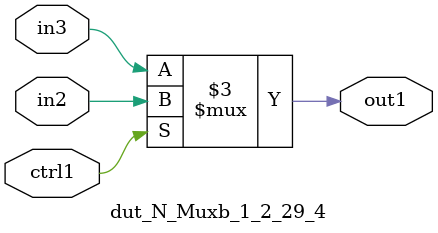
<source format=v>

`timescale 1ps / 1ps


module dut_N_Muxb_1_2_29_4( in3, in2, ctrl1, out1 );

    input in3;
    input in2;
    input ctrl1;
    output out1;
    reg out1;

    
    // rtl_process:dut_N_Muxb_1_2_29_4/dut_N_Muxb_1_2_29_4_thread_1
    always @*
      begin : dut_N_Muxb_1_2_29_4_thread_1
        case (ctrl1) 
          1'b1: 
            begin
              out1 = in2;
            end
          default: 
            begin
              out1 = in3;
            end
        endcase
      end

endmodule




</source>
